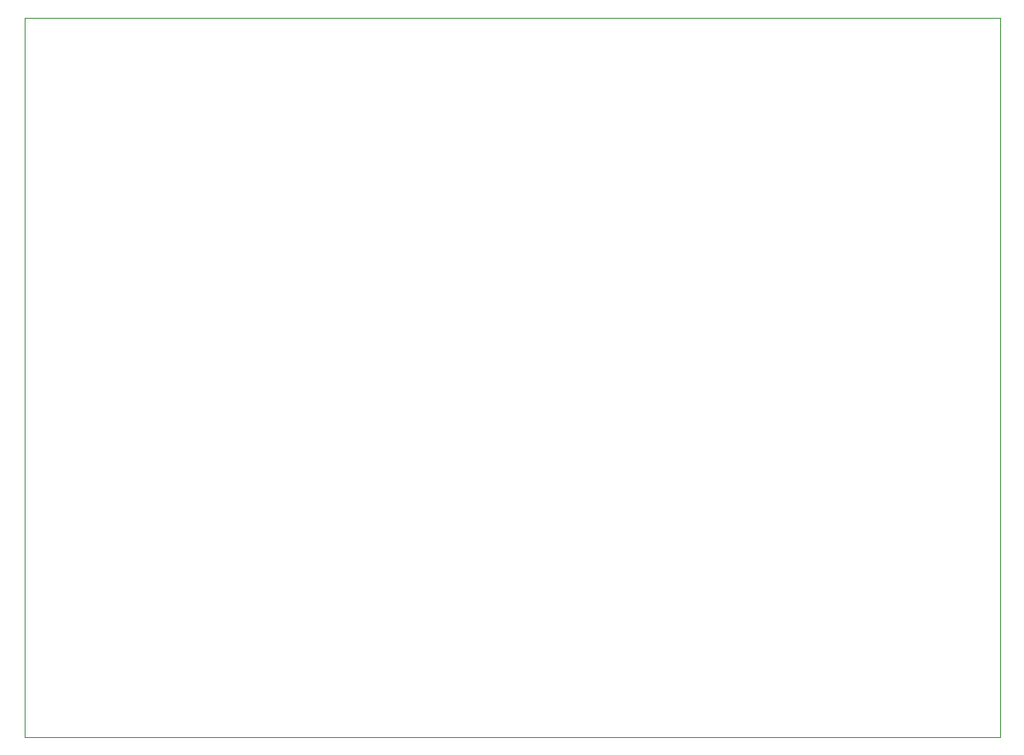
<source format=gbr>
%TF.GenerationSoftware,KiCad,Pcbnew,8.0.7*%
%TF.CreationDate,2025-06-16T00:37:16-04:00*%
%TF.ProjectId,controller,636f6e74-726f-46c6-9c65-722e6b696361,rev?*%
%TF.SameCoordinates,Original*%
%TF.FileFunction,Profile,NP*%
%FSLAX46Y46*%
G04 Gerber Fmt 4.6, Leading zero omitted, Abs format (unit mm)*
G04 Created by KiCad (PCBNEW 8.0.7) date 2025-06-16 00:37:16*
%MOMM*%
%LPD*%
G01*
G04 APERTURE LIST*
%TA.AperFunction,Profile*%
%ADD10C,0.050000*%
%TD*%
G04 APERTURE END LIST*
D10*
X87500000Y-48000000D02*
X184500000Y-48000000D01*
X184500000Y-119500000D01*
X87500000Y-119500000D01*
X87500000Y-48000000D01*
M02*

</source>
